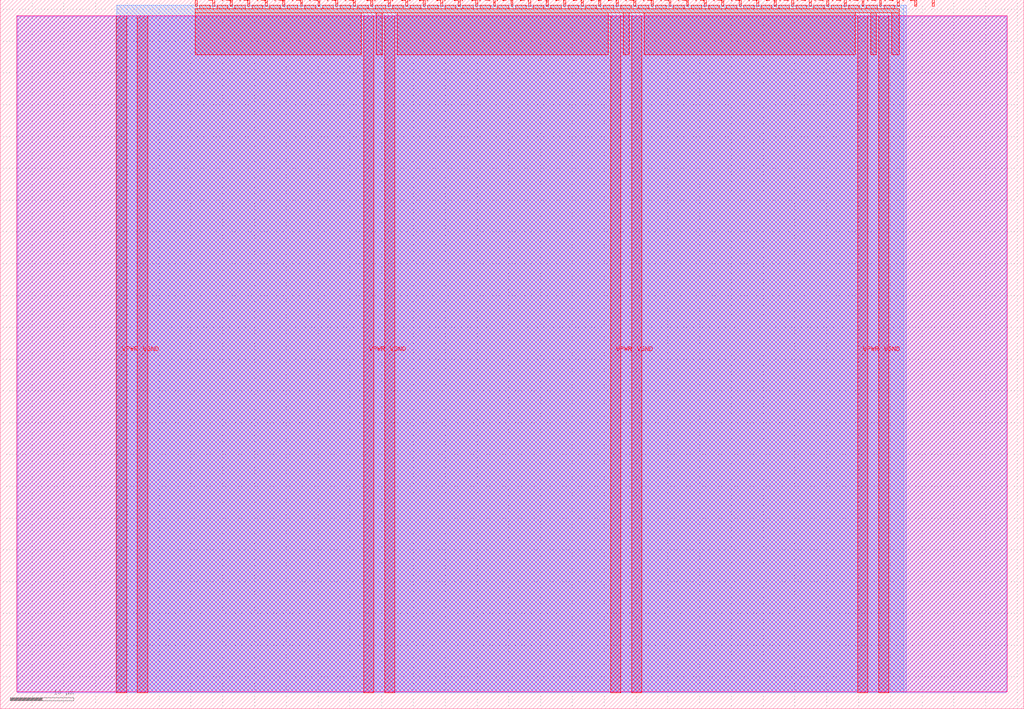
<source format=lef>
VERSION 5.7 ;
  NOWIREEXTENSIONATPIN ON ;
  DIVIDERCHAR "/" ;
  BUSBITCHARS "[]" ;
MACRO tt_um_wokwi_442978712917901313
  CLASS BLOCK ;
  FOREIGN tt_um_wokwi_442978712917901313 ;
  ORIGIN 0.000 0.000 ;
  SIZE 161.000 BY 111.520 ;
  PIN VGND
    DIRECTION INOUT ;
    USE GROUND ;
    PORT
      LAYER met4 ;
        RECT 21.580 2.480 23.180 109.040 ;
    END
    PORT
      LAYER met4 ;
        RECT 60.450 2.480 62.050 109.040 ;
    END
    PORT
      LAYER met4 ;
        RECT 99.320 2.480 100.920 109.040 ;
    END
    PORT
      LAYER met4 ;
        RECT 138.190 2.480 139.790 109.040 ;
    END
  END VGND
  PIN VPWR
    DIRECTION INOUT ;
    USE POWER ;
    PORT
      LAYER met4 ;
        RECT 18.280 2.480 19.880 109.040 ;
    END
    PORT
      LAYER met4 ;
        RECT 57.150 2.480 58.750 109.040 ;
    END
    PORT
      LAYER met4 ;
        RECT 96.020 2.480 97.620 109.040 ;
    END
    PORT
      LAYER met4 ;
        RECT 134.890 2.480 136.490 109.040 ;
    END
  END VPWR
  PIN clk
    DIRECTION INPUT ;
    USE SIGNAL ;
    PORT
      LAYER met4 ;
        RECT 143.830 110.520 144.130 111.520 ;
    END
  END clk
  PIN ena
    DIRECTION INPUT ;
    USE SIGNAL ;
    PORT
      LAYER met4 ;
        RECT 146.590 110.520 146.890 111.520 ;
    END
  END ena
  PIN rst_n
    DIRECTION INPUT ;
    USE SIGNAL ;
    ANTENNAGATEAREA 0.213000 ;
    PORT
      LAYER met4 ;
        RECT 141.070 110.520 141.370 111.520 ;
    END
  END rst_n
  PIN ui_in[0]
    DIRECTION INPUT ;
    USE SIGNAL ;
    ANTENNAGATEAREA 0.196500 ;
    PORT
      LAYER met4 ;
        RECT 138.310 110.520 138.610 111.520 ;
    END
  END ui_in[0]
  PIN ui_in[1]
    DIRECTION INPUT ;
    USE SIGNAL ;
    ANTENNAGATEAREA 0.196500 ;
    PORT
      LAYER met4 ;
        RECT 135.550 110.520 135.850 111.520 ;
    END
  END ui_in[1]
  PIN ui_in[2]
    DIRECTION INPUT ;
    USE SIGNAL ;
    ANTENNAGATEAREA 0.196500 ;
    PORT
      LAYER met4 ;
        RECT 132.790 110.520 133.090 111.520 ;
    END
  END ui_in[2]
  PIN ui_in[3]
    DIRECTION INPUT ;
    USE SIGNAL ;
    ANTENNAGATEAREA 0.196500 ;
    PORT
      LAYER met4 ;
        RECT 130.030 110.520 130.330 111.520 ;
    END
  END ui_in[3]
  PIN ui_in[4]
    DIRECTION INPUT ;
    USE SIGNAL ;
    ANTENNAGATEAREA 0.196500 ;
    PORT
      LAYER met4 ;
        RECT 127.270 110.520 127.570 111.520 ;
    END
  END ui_in[4]
  PIN ui_in[5]
    DIRECTION INPUT ;
    USE SIGNAL ;
    ANTENNAGATEAREA 0.196500 ;
    PORT
      LAYER met4 ;
        RECT 124.510 110.520 124.810 111.520 ;
    END
  END ui_in[5]
  PIN ui_in[6]
    DIRECTION INPUT ;
    USE SIGNAL ;
    ANTENNAGATEAREA 0.196500 ;
    PORT
      LAYER met4 ;
        RECT 121.750 110.520 122.050 111.520 ;
    END
  END ui_in[6]
  PIN ui_in[7]
    DIRECTION INPUT ;
    USE SIGNAL ;
    ANTENNAGATEAREA 0.196500 ;
    PORT
      LAYER met4 ;
        RECT 118.990 110.520 119.290 111.520 ;
    END
  END ui_in[7]
  PIN uio_in[0]
    DIRECTION INPUT ;
    USE SIGNAL ;
    PORT
      LAYER met4 ;
        RECT 116.230 110.520 116.530 111.520 ;
    END
  END uio_in[0]
  PIN uio_in[1]
    DIRECTION INPUT ;
    USE SIGNAL ;
    PORT
      LAYER met4 ;
        RECT 113.470 110.520 113.770 111.520 ;
    END
  END uio_in[1]
  PIN uio_in[2]
    DIRECTION INPUT ;
    USE SIGNAL ;
    PORT
      LAYER met4 ;
        RECT 110.710 110.520 111.010 111.520 ;
    END
  END uio_in[2]
  PIN uio_in[3]
    DIRECTION INPUT ;
    USE SIGNAL ;
    PORT
      LAYER met4 ;
        RECT 107.950 110.520 108.250 111.520 ;
    END
  END uio_in[3]
  PIN uio_in[4]
    DIRECTION INPUT ;
    USE SIGNAL ;
    PORT
      LAYER met4 ;
        RECT 105.190 110.520 105.490 111.520 ;
    END
  END uio_in[4]
  PIN uio_in[5]
    DIRECTION INPUT ;
    USE SIGNAL ;
    PORT
      LAYER met4 ;
        RECT 102.430 110.520 102.730 111.520 ;
    END
  END uio_in[5]
  PIN uio_in[6]
    DIRECTION INPUT ;
    USE SIGNAL ;
    PORT
      LAYER met4 ;
        RECT 99.670 110.520 99.970 111.520 ;
    END
  END uio_in[6]
  PIN uio_in[7]
    DIRECTION INPUT ;
    USE SIGNAL ;
    PORT
      LAYER met4 ;
        RECT 96.910 110.520 97.210 111.520 ;
    END
  END uio_in[7]
  PIN uio_oe[0]
    DIRECTION OUTPUT ;
    USE SIGNAL ;
    PORT
      LAYER met4 ;
        RECT 49.990 110.520 50.290 111.520 ;
    END
  END uio_oe[0]
  PIN uio_oe[1]
    DIRECTION OUTPUT ;
    USE SIGNAL ;
    PORT
      LAYER met4 ;
        RECT 47.230 110.520 47.530 111.520 ;
    END
  END uio_oe[1]
  PIN uio_oe[2]
    DIRECTION OUTPUT ;
    USE SIGNAL ;
    PORT
      LAYER met4 ;
        RECT 44.470 110.520 44.770 111.520 ;
    END
  END uio_oe[2]
  PIN uio_oe[3]
    DIRECTION OUTPUT ;
    USE SIGNAL ;
    PORT
      LAYER met4 ;
        RECT 41.710 110.520 42.010 111.520 ;
    END
  END uio_oe[3]
  PIN uio_oe[4]
    DIRECTION OUTPUT ;
    USE SIGNAL ;
    PORT
      LAYER met4 ;
        RECT 38.950 110.520 39.250 111.520 ;
    END
  END uio_oe[4]
  PIN uio_oe[5]
    DIRECTION OUTPUT ;
    USE SIGNAL ;
    PORT
      LAYER met4 ;
        RECT 36.190 110.520 36.490 111.520 ;
    END
  END uio_oe[5]
  PIN uio_oe[6]
    DIRECTION OUTPUT ;
    USE SIGNAL ;
    PORT
      LAYER met4 ;
        RECT 33.430 110.520 33.730 111.520 ;
    END
  END uio_oe[6]
  PIN uio_oe[7]
    DIRECTION OUTPUT ;
    USE SIGNAL ;
    PORT
      LAYER met4 ;
        RECT 30.670 110.520 30.970 111.520 ;
    END
  END uio_oe[7]
  PIN uio_out[0]
    DIRECTION OUTPUT ;
    USE SIGNAL ;
    PORT
      LAYER met4 ;
        RECT 72.070 110.520 72.370 111.520 ;
    END
  END uio_out[0]
  PIN uio_out[1]
    DIRECTION OUTPUT ;
    USE SIGNAL ;
    PORT
      LAYER met4 ;
        RECT 69.310 110.520 69.610 111.520 ;
    END
  END uio_out[1]
  PIN uio_out[2]
    DIRECTION OUTPUT ;
    USE SIGNAL ;
    PORT
      LAYER met4 ;
        RECT 66.550 110.520 66.850 111.520 ;
    END
  END uio_out[2]
  PIN uio_out[3]
    DIRECTION OUTPUT ;
    USE SIGNAL ;
    PORT
      LAYER met4 ;
        RECT 63.790 110.520 64.090 111.520 ;
    END
  END uio_out[3]
  PIN uio_out[4]
    DIRECTION OUTPUT ;
    USE SIGNAL ;
    PORT
      LAYER met4 ;
        RECT 61.030 110.520 61.330 111.520 ;
    END
  END uio_out[4]
  PIN uio_out[5]
    DIRECTION OUTPUT ;
    USE SIGNAL ;
    PORT
      LAYER met4 ;
        RECT 58.270 110.520 58.570 111.520 ;
    END
  END uio_out[5]
  PIN uio_out[6]
    DIRECTION OUTPUT ;
    USE SIGNAL ;
    PORT
      LAYER met4 ;
        RECT 55.510 110.520 55.810 111.520 ;
    END
  END uio_out[6]
  PIN uio_out[7]
    DIRECTION OUTPUT ;
    USE SIGNAL ;
    PORT
      LAYER met4 ;
        RECT 52.750 110.520 53.050 111.520 ;
    END
  END uio_out[7]
  PIN uo_out[0]
    DIRECTION OUTPUT ;
    USE SIGNAL ;
    ANTENNADIFFAREA 0.445500 ;
    PORT
      LAYER met4 ;
        RECT 94.150 110.520 94.450 111.520 ;
    END
  END uo_out[0]
  PIN uo_out[1]
    DIRECTION OUTPUT ;
    USE SIGNAL ;
    ANTENNADIFFAREA 0.445500 ;
    PORT
      LAYER met4 ;
        RECT 91.390 110.520 91.690 111.520 ;
    END
  END uo_out[1]
  PIN uo_out[2]
    DIRECTION OUTPUT ;
    USE SIGNAL ;
    ANTENNADIFFAREA 0.445500 ;
    PORT
      LAYER met4 ;
        RECT 88.630 110.520 88.930 111.520 ;
    END
  END uo_out[2]
  PIN uo_out[3]
    DIRECTION OUTPUT ;
    USE SIGNAL ;
    ANTENNADIFFAREA 0.445500 ;
    PORT
      LAYER met4 ;
        RECT 85.870 110.520 86.170 111.520 ;
    END
  END uo_out[3]
  PIN uo_out[4]
    DIRECTION OUTPUT ;
    USE SIGNAL ;
    ANTENNADIFFAREA 0.445500 ;
    PORT
      LAYER met4 ;
        RECT 83.110 110.520 83.410 111.520 ;
    END
  END uo_out[4]
  PIN uo_out[5]
    DIRECTION OUTPUT ;
    USE SIGNAL ;
    ANTENNADIFFAREA 0.445500 ;
    PORT
      LAYER met4 ;
        RECT 80.350 110.520 80.650 111.520 ;
    END
  END uo_out[5]
  PIN uo_out[6]
    DIRECTION OUTPUT ;
    USE SIGNAL ;
    ANTENNADIFFAREA 0.445500 ;
    PORT
      LAYER met4 ;
        RECT 77.590 110.520 77.890 111.520 ;
    END
  END uo_out[6]
  PIN uo_out[7]
    DIRECTION OUTPUT ;
    USE SIGNAL ;
    ANTENNADIFFAREA 0.445500 ;
    PORT
      LAYER met4 ;
        RECT 74.830 110.520 75.130 111.520 ;
    END
  END uo_out[7]
  OBS
      LAYER nwell ;
        RECT 2.570 2.635 158.430 108.990 ;
      LAYER li1 ;
        RECT 2.760 2.635 158.240 108.885 ;
      LAYER met1 ;
        RECT 2.760 2.480 158.240 109.040 ;
      LAYER met2 ;
        RECT 18.310 2.535 142.500 110.685 ;
      LAYER met3 ;
        RECT 18.290 2.555 142.075 110.665 ;
      LAYER met4 ;
        RECT 31.370 110.120 33.030 110.665 ;
        RECT 34.130 110.120 35.790 110.665 ;
        RECT 36.890 110.120 38.550 110.665 ;
        RECT 39.650 110.120 41.310 110.665 ;
        RECT 42.410 110.120 44.070 110.665 ;
        RECT 45.170 110.120 46.830 110.665 ;
        RECT 47.930 110.120 49.590 110.665 ;
        RECT 50.690 110.120 52.350 110.665 ;
        RECT 53.450 110.120 55.110 110.665 ;
        RECT 56.210 110.120 57.870 110.665 ;
        RECT 58.970 110.120 60.630 110.665 ;
        RECT 61.730 110.120 63.390 110.665 ;
        RECT 64.490 110.120 66.150 110.665 ;
        RECT 67.250 110.120 68.910 110.665 ;
        RECT 70.010 110.120 71.670 110.665 ;
        RECT 72.770 110.120 74.430 110.665 ;
        RECT 75.530 110.120 77.190 110.665 ;
        RECT 78.290 110.120 79.950 110.665 ;
        RECT 81.050 110.120 82.710 110.665 ;
        RECT 83.810 110.120 85.470 110.665 ;
        RECT 86.570 110.120 88.230 110.665 ;
        RECT 89.330 110.120 90.990 110.665 ;
        RECT 92.090 110.120 93.750 110.665 ;
        RECT 94.850 110.120 96.510 110.665 ;
        RECT 97.610 110.120 99.270 110.665 ;
        RECT 100.370 110.120 102.030 110.665 ;
        RECT 103.130 110.120 104.790 110.665 ;
        RECT 105.890 110.120 107.550 110.665 ;
        RECT 108.650 110.120 110.310 110.665 ;
        RECT 111.410 110.120 113.070 110.665 ;
        RECT 114.170 110.120 115.830 110.665 ;
        RECT 116.930 110.120 118.590 110.665 ;
        RECT 119.690 110.120 121.350 110.665 ;
        RECT 122.450 110.120 124.110 110.665 ;
        RECT 125.210 110.120 126.870 110.665 ;
        RECT 127.970 110.120 129.630 110.665 ;
        RECT 130.730 110.120 132.390 110.665 ;
        RECT 133.490 110.120 135.150 110.665 ;
        RECT 136.250 110.120 137.910 110.665 ;
        RECT 139.010 110.120 140.670 110.665 ;
        RECT 30.655 109.440 141.385 110.120 ;
        RECT 30.655 102.855 56.750 109.440 ;
        RECT 59.150 102.855 60.050 109.440 ;
        RECT 62.450 102.855 95.620 109.440 ;
        RECT 98.020 102.855 98.920 109.440 ;
        RECT 101.320 102.855 134.490 109.440 ;
        RECT 136.890 102.855 137.790 109.440 ;
        RECT 140.190 102.855 141.385 109.440 ;
  END
END tt_um_wokwi_442978712917901313
END LIBRARY


</source>
